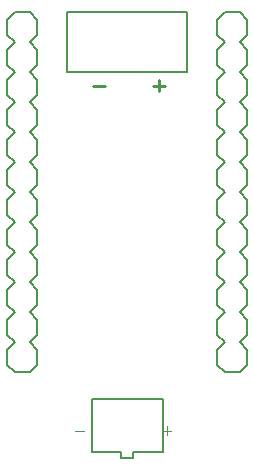
<source format=gto>
G75*
G70*
%OFA0B0*%
%FSLAX24Y24*%
%IPPOS*%
%LPD*%
%AMOC8*
5,1,8,0,0,1.08239X$1,22.5*
%
%ADD10C,0.0110*%
%ADD11C,0.0080*%
%ADD12C,0.0050*%
%ADD13C,0.0040*%
D10*
X005652Y013031D02*
X005652Y013425D01*
X005455Y013228D02*
X005849Y013228D01*
X003849Y013228D02*
X003455Y013228D01*
D11*
X000600Y003928D02*
X000850Y003678D01*
X001350Y003678D01*
X001600Y003928D01*
X001600Y004428D01*
X001350Y004678D01*
X001600Y004928D01*
X001600Y005428D01*
X001350Y005678D01*
X001600Y005928D01*
X001600Y006428D01*
X001350Y006678D01*
X001600Y006928D01*
X001600Y007428D01*
X001350Y007678D01*
X001600Y007928D01*
X001600Y008428D01*
X001350Y008678D01*
X001600Y008928D01*
X001600Y009428D01*
X001350Y009678D01*
X001600Y009928D01*
X001600Y010428D01*
X001350Y010678D01*
X001600Y010928D01*
X001600Y011428D01*
X001350Y011678D01*
X001600Y011928D01*
X001600Y012428D01*
X001350Y012678D01*
X001600Y012928D01*
X001600Y013428D01*
X001350Y013678D01*
X001600Y013928D01*
X001600Y014428D01*
X001350Y014678D01*
X001600Y014928D01*
X001600Y015428D01*
X001350Y015678D01*
X000850Y015678D01*
X000600Y015428D01*
X000600Y014928D01*
X000850Y014678D01*
X000600Y014428D01*
X000600Y013928D01*
X000850Y013678D01*
X000600Y013428D01*
X000600Y012928D01*
X000850Y012678D01*
X000600Y012428D01*
X000600Y011928D01*
X000850Y011678D01*
X000600Y011428D01*
X000600Y010928D01*
X000850Y010678D01*
X000600Y010428D01*
X000600Y009928D01*
X000850Y009678D01*
X000600Y009428D01*
X000600Y008928D01*
X000850Y008678D01*
X000600Y008428D01*
X000600Y007928D01*
X000850Y007678D01*
X000600Y007428D01*
X000600Y006928D01*
X000850Y006678D01*
X000600Y006428D01*
X000600Y005928D01*
X000850Y005678D01*
X000600Y005428D01*
X000600Y004928D01*
X000850Y004678D01*
X000600Y004428D01*
X000600Y003928D01*
X007600Y003928D02*
X007850Y003678D01*
X008350Y003678D01*
X008600Y003928D01*
X008600Y004428D01*
X008350Y004678D01*
X008600Y004928D01*
X008600Y005428D01*
X008350Y005678D01*
X008600Y005928D01*
X008600Y006428D01*
X008350Y006678D01*
X008600Y006928D01*
X008600Y007428D01*
X008350Y007678D01*
X008600Y007928D01*
X008600Y008428D01*
X008350Y008678D01*
X008600Y008928D01*
X008600Y009428D01*
X008350Y009678D01*
X008600Y009928D01*
X008600Y010428D01*
X008350Y010678D01*
X008600Y010928D01*
X008600Y011428D01*
X008350Y011678D01*
X008600Y011928D01*
X008600Y012428D01*
X008350Y012678D01*
X008600Y012928D01*
X008600Y013428D01*
X008350Y013678D01*
X008600Y013928D01*
X008600Y014428D01*
X008350Y014678D01*
X008600Y014928D01*
X008600Y015428D01*
X008350Y015678D01*
X007850Y015678D01*
X007600Y015428D01*
X007600Y014928D01*
X007850Y014678D01*
X007600Y014428D01*
X007600Y013928D01*
X007850Y013678D01*
X007600Y013428D01*
X007600Y012928D01*
X007850Y012678D01*
X007600Y012428D01*
X007600Y011928D01*
X007850Y011678D01*
X007600Y011428D01*
X007600Y010928D01*
X007850Y010678D01*
X007600Y010428D01*
X007600Y009928D01*
X007850Y009678D01*
X007600Y009428D01*
X007600Y008928D01*
X007850Y008678D01*
X007600Y008428D01*
X007600Y007928D01*
X007850Y007678D01*
X007600Y007428D01*
X007600Y006928D01*
X007850Y006678D01*
X007600Y006428D01*
X007600Y005928D01*
X007850Y005678D01*
X007600Y005428D01*
X007600Y004928D01*
X007850Y004678D01*
X007600Y004428D01*
X007600Y003928D01*
D12*
X005781Y002780D02*
X005781Y001009D01*
X004797Y001009D01*
X004797Y000812D01*
X004403Y000812D01*
X004403Y001009D01*
X003419Y001009D01*
X003419Y002780D01*
X005781Y002780D01*
X006600Y013678D02*
X002600Y013678D01*
X002600Y015678D01*
X006600Y015678D01*
X006600Y013678D01*
D13*
X005913Y001882D02*
X005913Y001575D01*
X005760Y001728D02*
X006067Y001728D01*
X003167Y001728D02*
X002860Y001728D01*
M02*

</source>
